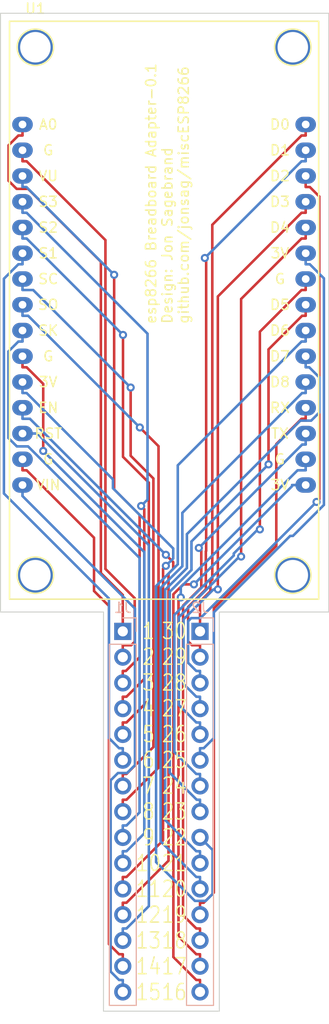
<source format=kicad_pcb>
(kicad_pcb (version 20211014) (generator pcbnew)
  (title_block (title "esp8266 Breadboard Adapter") (date "2022-09-18") (rev "0.1"))
  (layers (0 "F.Cu" signal) (31 "B.Cu" signal) (34 "B.Paste" user) (35 "F.Paste" user) (36 "B.SilkS" user "B.Silkscreen") (37 "F.SilkS" user "F.Silkscreen") (38 "B.Mask" user) (39 "F.Mask" user) (44 "Edge.Cuts" user))
  (net 0 "")
  (net 1 "Net-(J1-Pad1)")
  (net 2 "Net-(J1-Pad2)")
  (net 3 "Net-(J1-Pad3)")
  (net 4 "Net-(J1-Pad4)")
  (net 5 "Net-(J1-Pad5)")
  (net 6 "Net-(J1-Pad6)")
  (net 7 "Net-(J1-Pad7)")
  (net 8 "Net-(J1-Pad8)")
  (net 9 "Net-(J1-Pad9)")
  (net 10 "Net-(J1-Pad10)")
  (net 11 "Net-(J1-Pad11)")
  (net 12 "Net-(J1-Pad12)")
  (net 13 "Net-(J1-Pad13)")
  (net 14 "Net-(J1-Pad14)")
  (net 15 "Net-(J1-Pad15)")
  (net 16 "Net-(J2-Pad1)")
  (net 17 "Net-(J2-Pad2)")
  (net 18 "Net-(J2-Pad3)")
  (net 19 "Net-(J2-Pad4)")
  (net 20 "Net-(J2-Pad5)")
  (net 21 "Net-(J2-Pad6)")
  (net 22 "Net-(J2-Pad7)")
  (net 23 "Net-(J2-Pad8)")
  (net 24 "Net-(J2-Pad9)")
  (net 25 "Net-(J2-Pad10)")
  (net 26 "Net-(J2-Pad11)")
  (net 27 "Net-(J2-Pad12)")
  (net 28 "Net-(J2-Pad13)")
  (net 29 "Net-(J2-Pad14)")
  (net 30 "Net-(J2-Pad15)")
  (footprint "My_ESP8266:NodeMCU-LoLinV3_w_pinsockets_large" (layer "F.Cu") (at 131.71 45.26)
    (fp_text reference "U1" (at 1.27 -11.43) (layer "F.SilkS"))
    (fp_text value "NodeMCU1.0(ESP-12E)")
    (fp_text user "G" (at 2.54 22.86) (layer "F.SilkS"))
    (fp_text user "EN" (at 2.54 27.94) (layer "F.SilkS"))
    (fp_text user "S2" (at 2.54 10.16) (layer "F.SilkS"))
    (fp_text user "G" (at 2.54 33.02) (layer "F.SilkS"))
    (fp_text user "3V" (at 25.4 12.7) (layer "F.SilkS"))
    (fp_text user "G" (at 2.54 2.54) (layer "F.SilkS"))
    (fp_text user "SC" (at 2.54 15.24) (layer "F.SilkS"))
    (fp_text user "3V" (at 25.4 35.56) (layer "F.SilkS"))
    (fp_text user "SO" (at 2.54 17.78) (layer "F.SilkS"))
    (fp_text user "D1" (at 25.4 2.54) (layer "F.SilkS"))
    (fp_text user "D0" (at 25.4 0) (layer "F.SilkS"))
    (fp_text user "RX" (at 25.4 27.94) (layer "F.SilkS"))
    (fp_text user "D4" (at 25.4 10.16) (layer "F.SilkS"))
    (fp_text user "A0" (at 2.54 0) (layer "F.SilkS"))
    (fp_text user "D2" (at 25.4 5.08) (layer "F.SilkS"))
    (fp_text user "G" (at 25.4 33.02) (layer "F.SilkS"))
    (fp_text user "D6" (at 25.4 20.32) (layer "F.SilkS"))
    (fp_text user "VIN" (at 2.54 35.56) (layer "F.SilkS"))
    (fp_text user "D5" (at 25.4 17.78) (layer "F.SilkS"))
    (fp_text user "SK" (at 2.54 20.32) (layer "F.SilkS"))
    (fp_text user "3V" (at 2.54 25.4) (layer "F.SilkS"))
    (fp_text user "D3" (at 25.4 7.62) (layer "F.SilkS"))
    (fp_text user "RST" (at 2.54 30.48) (layer "F.SilkS"))
    (fp_text user "S1" (at 2.54 12.7) (layer "F.SilkS"))
    (fp_text user "D7" (at 25.4 22.86) (layer "F.SilkS"))
    (fp_text user "VU" (at 2.54 5.08) (layer "F.SilkS"))
    (fp_text user "TX" (at 25.4 30.48) (layer "F.SilkS"))
    (fp_text user "G" (at 25.4 15.24) (layer "F.SilkS"))
    (fp_text user "D8" (at 25.4 25.4) (layer "F.SilkS"))
    (fp_text user "S3" (at 2.54 7.62) (layer "F.SilkS"))
    (fp_line (start -0.78 -10.18) (end -1.28 -10.18) (layer "F.SilkS") (width 0.15))
    (fp_line (start 29.22 46.82) (end 29.22 -10.18) (layer "F.SilkS") (width 0.15))
    (fp_line (start 29.22 -10.18) (end -0.78 -10.18) (layer "F.SilkS") (width 0.15))
    (fp_line (start -1.28 46.82) (end 29.22 46.82) (layer "F.SilkS") (width 0.15))
    (fp_line (start -1.28 -10.18) (end -1.28 46.82) (layer "F.SilkS") (width 0.15))
    (fp_circle (center 1.27 44.45) (end 2.54 43.18) (layer "F.SilkS") (width 0.15) (fill none))
    (fp_circle (center 26.67 -7.62) (end 27.94 -8.89) (layer "F.SilkS") (width 0.15) (fill none))
    (fp_circle (center 1.27 -7.62) (end 2.54 -8.89) (layer "F.SilkS") (width 0.15) (fill none))
    (fp_circle (center 26.67 44.45) (end 27.94 43.18) (layer "F.SilkS") (width 0.15) (fill none))
    (pad "" np_thru_hole circle (at 26.67 44.45) (size 3.5 3.5) (drill 3) (layers F&B.Cu *.Mask))
    (pad "" np_thru_hole circle (at 1.27 44.45) (size 3.5 3.5) (drill 3) (layers F&B.Cu *.Mask))
    (pad "" np_thru_hole circle (at 26.67 -7.62) (size 3.5 3.5) (drill 3) (layers F&B.Cu *.Mask))
    (pad "" np_thru_hole circle (at 1.27 -7.62) (size 3.5 3.5) (drill 3) (layers F&B.Cu *.Mask))
    (pad "1" thru_hole oval (at 0 0) (size 2.032 1.524) (drill 0.762) (layers *.Cu *.Mask) (net 1 "Net-(J1-Pad1)"))
    (pad "2" thru_hole oval (at 0 2.54) (size 2.032 1.524) (drill 0.762) (layers *.Cu *.Mask) (net 2 "Net-(J1-Pad2)"))
    (pad "3" thru_hole oval (at 0 5.08) (size 2.032 1.524) (drill 0.762) (layers *.Cu *.Mask) (net 3 "Net-(J1-Pad3)"))
    (pad "4" thru_hole oval (at 0 7.62) (size 2.032 1.524) (drill 0.762) (layers *.Cu *.Mask) (net 4 "Net-(J1-Pad4)"))
    (pad "5" thru_hole oval (at 0 10.16) (size 2.032 1.524) (drill 0.762) (layers *.Cu *.Mask) (net 5 "Net-(J1-Pad5)"))
    (pad "6" thru_hole oval (at 0 12.7) (size 2.032 1.524) (drill 0.762) (layers *.Cu *.Mask) (net 6 "Net-(J1-Pad6)"))
    (pad "7" thru_hole oval (at 0 15.24) (size 2.032 1.524) (drill 0.762) (layers *.Cu *.Mask) (net 7 "Net-(J1-Pad7)"))
    (pad "8" thru_hole oval (at 0 17.78) (size 2.032 1.524) (drill 0.762) (layers *.Cu *.Mask) (net 8 "Net-(J1-Pad8)"))
    (pad "9" thru_hole oval (at 0 20.32) (size 2.032 1.524) (drill 0.762) (layers *.Cu *.Mask) (net 9 "Net-(J1-Pad9)"))
    (pad "10" thru_hole oval (at 0 22.86) (size 2.032 1.524) (drill 0.762) (layers *.Cu *.Mask) (net 10 "Net-(J1-Pad10)"))
    (pad "11" thru_hole oval (at 0 25.4) (size 2.032 1.524) (drill 0.762) (layers *.Cu *.Mask) (net 11 "Net-(J1-Pad11)"))
    (pad "12" thru_hole oval (at 0 27.94) (size 2.032 1.524) (drill 0.762) (layers *.Cu *.Mask) (net 12 "Net-(J1-Pad12)"))
    (pad "13" thru_hole oval (at 0 30.48) (size 2.032 1.524) (drill 0.762) (layers *.Cu *.Mask) (net 13 "Net-(J1-Pad13)"))
    (pad "14" thru_hole oval (at 0 33.02) (size 2.032 1.524) (drill 0.762) (layers *.Cu *.Mask) (net 14 "Net-(J1-Pad14)"))
    (pad "15" thru_hole oval (at 0 35.56) (size 2.032 1.524) (drill 0.762) (layers *.Cu *.Mask) (net 15 "Net-(J1-Pad15)"))
    (pad "16" thru_hole oval (at 27.94 35.56) (size 2.032 1.524) (drill 0.762) (layers *.Cu *.Mask) (net 30 "Net-(J2-Pad15)"))
    (pad "17" thru_hole oval (at 27.94 33.02) (size 2.032 1.524) (drill 0.762) (layers *.Cu *.Mask) (net 29 "Net-(J2-Pad14)"))
    (pad "18" thru_hole oval (at 27.94 30.48) (size 2.032 1.524) (drill 0.762) (layers *.Cu *.Mask) (net 28 "Net-(J2-Pad13)"))
    (pad "19" thru_hole oval (at 27.94 27.94) (size 2.032 1.524) (drill 0.762) (layers *.Cu *.Mask) (net 27 "Net-(J2-Pad12)"))
    (pad "20" thru_hole oval (at 27.94 25.4) (size 2.032 1.524) (drill 0.762) (layers *.Cu *.Mask) (net 26 "Net-(J2-Pad11)"))
    (pad "21" thru_hole oval (at 27.94 22.86) (size 2.032 1.524) (drill 0.762) (layers *.Cu *.Mask) (net 25 "Net-(J2-Pad10)"))
    (pad "22" thru_hole oval (at 27.94 20.32) (size 2.032 1.524) (drill 0.762) (layers *.Cu *.Mask) (net 24 "Net-(J2-Pad9)"))
    (pad "23" thru_hole oval (at 27.94 17.78) (size 2.032 1.524) (drill 0.762) (layers *.Cu *.Mask) (net 23 "Net-(J2-Pad8)"))
    (pad "24" thru_hole oval (at 27.94 15.24) (size 2.032 1.524) (drill 0.762) (layers *.Cu *.Mask) (net 22 "Net-(J2-Pad7)"))
    (pad "25" thru_hole oval (at 27.94 12.7) (size 2.032 1.524) (drill 0.762) (layers *.Cu *.Mask) (net 21 "Net-(J2-Pad6)"))
    (pad "26" thru_hole oval (at 27.94 10.16) (size 2.032 1.524) (drill 0.762) (layers *.Cu *.Mask) (net 20 "Net-(J2-Pad5)"))
    (pad "27" thru_hole oval (at 27.94 7.62) (size 2.032 1.524) (drill 0.762) (layers *.Cu *.Mask) (net 19 "Net-(J2-Pad4)"))
    (pad "28" thru_hole oval (at 27.94 5.08) (size 2.032 1.524) (drill 0.762) (layers *.Cu *.Mask) (net 18 "Net-(J2-Pad3)"))
    (pad "29" thru_hole oval (at 27.94 2.54) (size 2.032 1.524) (drill 0.762) (layers *.Cu *.Mask) (net 17 "Net-(J2-Pad2)"))
    (pad "30" thru_hole oval (at 27.94 0) (size 2.032 1.524) (drill 0.762) (layers *.Cu *.Mask) (net 16 "Net-(J2-Pad1)"))
  )
  (footprint "Connector_PinHeader_2.54mm:PinHeader_1x15_P2.54mm_Vertical" (layer "B.Cu") (at 141.605 95.255 180)
    (fp_text reference "J1" (at 0 2.33) (layer "B.SilkS") (effects (justify mirror)))
    (fp_text value "Conn_01x15_Female")
    (fp_line (start -1.33 -1.27) (end -1.33 -36.89) (layer "B.SilkS") (width 0.12))
    (fp_line (start -1.33 -36.89) (end 1.33 -36.89) (layer "B.SilkS") (width 0.12))
    (fp_line (start 1.33 -1.27) (end 1.33 -36.89) (layer "B.SilkS") (width 0.12))
    (fp_line (start -1.33 0) (end -1.33 1.33) (layer "B.SilkS") (width 0.12))
    (fp_line (start -1.33 -1.27) (end 1.33 -1.27) (layer "B.SilkS") (width 0.12))
    (fp_line (start -1.33 1.33) (end 0 1.33) (layer "B.SilkS") (width 0.12))
    (pad "1" thru_hole rect (at 0 0 180) (size 1.7 1.7) (drill 1) (layers *.Cu *.Mask) (net 1 "Net-(J1-Pad1)"))
    (pad "2" thru_hole oval (at 0 -2.54 180) (size 1.7 1.7) (drill 1) (layers *.Cu *.Mask) (net 2 "Net-(J1-Pad2)"))
    (pad "3" thru_hole oval (at 0 -5.08 180) (size 1.7 1.7) (drill 1) (layers *.Cu *.Mask) (net 3 "Net-(J1-Pad3)"))
    (pad "4" thru_hole oval (at 0 -7.62 180) (size 1.7 1.7) (drill 1) (layers *.Cu *.Mask) (net 4 "Net-(J1-Pad4)"))
    (pad "5" thru_hole oval (at 0 -10.16 180) (size 1.7 1.7) (drill 1) (layers *.Cu *.Mask) (net 5 "Net-(J1-Pad5)"))
    (pad "6" thru_hole oval (at 0 -12.7 180) (size 1.7 1.7) (drill 1) (layers *.Cu *.Mask) (net 6 "Net-(J1-Pad6)"))
    (pad "7" thru_hole oval (at 0 -15.24 180) (size 1.7 1.7) (drill 1) (layers *.Cu *.Mask) (net 7 "Net-(J1-Pad7)"))
    (pad "8" thru_hole oval (at 0 -17.78 180) (size 1.7 1.7) (drill 1) (layers *.Cu *.Mask) (net 8 "Net-(J1-Pad8)"))
    (pad "9" thru_hole oval (at 0 -20.32 180) (size 1.7 1.7) (drill 1) (layers *.Cu *.Mask) (net 9 "Net-(J1-Pad9)"))
    (pad "10" thru_hole oval (at 0 -22.86 180) (size 1.7 1.7) (drill 1) (layers *.Cu *.Mask) (net 10 "Net-(J1-Pad10)"))
    (pad "11" thru_hole oval (at 0 -25.4 180) (size 1.7 1.7) (drill 1) (layers *.Cu *.Mask) (net 11 "Net-(J1-Pad11)"))
    (pad "12" thru_hole oval (at 0 -27.94 180) (size 1.7 1.7) (drill 1) (layers *.Cu *.Mask) (net 12 "Net-(J1-Pad12)"))
    (pad "13" thru_hole oval (at 0 -30.48 180) (size 1.7 1.7) (drill 1) (layers *.Cu *.Mask) (net 13 "Net-(J1-Pad13)"))
    (pad "14" thru_hole oval (at 0 -33.02 180) (size 1.7 1.7) (drill 1) (layers *.Cu *.Mask) (net 14 "Net-(J1-Pad14)"))
    (pad "15" thru_hole oval (at 0 -35.56 180) (size 1.7 1.7) (drill 1) (layers *.Cu *.Mask) (net 15 "Net-(J1-Pad15)"))
  )
  (footprint "Connector_PinHeader_2.54mm:PinHeader_1x15_P2.54mm_Vertical" (layer "B.Cu") (at 149.225 95.255 180)
    (fp_text reference "J2" (at 0 2.33) (layer "B.SilkS") (effects (justify mirror)))
    (fp_text value "Conn_01x15_Female")
    (fp_line (start -1.33 0) (end -1.33 1.33) (layer "B.SilkS") (width 0.12))
    (fp_line (start -1.33 -1.27) (end 1.33 -1.27) (layer "B.SilkS") (width 0.12))
    (fp_line (start -1.33 1.33) (end 0 1.33) (layer "B.SilkS") (width 0.12))
    (fp_line (start -1.33 -36.89) (end 1.33 -36.89) (layer "B.SilkS") (width 0.12))
    (fp_line (start -1.33 -1.27) (end -1.33 -36.89) (layer "B.SilkS") (width 0.12))
    (fp_line (start 1.33 -1.27) (end 1.33 -36.89) (layer "B.SilkS") (width 0.12))
    (pad "1" thru_hole rect (at 0 0 180) (size 1.7 1.7) (drill 1) (layers *.Cu *.Mask) (net 16 "Net-(J2-Pad1)"))
    (pad "2" thru_hole oval (at 0 -2.54 180) (size 1.7 1.7) (drill 1) (layers *.Cu *.Mask) (net 17 "Net-(J2-Pad2)"))
    (pad "3" thru_hole oval (at 0 -5.08 180) (size 1.7 1.7) (drill 1) (layers *.Cu *.Mask) (net 18 "Net-(J2-Pad3)"))
    (pad "4" thru_hole oval (at 0 -7.62 180) (size 1.7 1.7) (drill 1) (layers *.Cu *.Mask) (net 19 "Net-(J2-Pad4)"))
    (pad "5" thru_hole oval (at 0 -10.16 180) (size 1.7 1.7) (drill 1) (layers *.Cu *.Mask) (net 20 "Net-(J2-Pad5)"))
    (pad "6" thru_hole oval (at 0 -12.7 180) (size 1.7 1.7) (drill 1) (layers *.Cu *.Mask) (net 21 "Net-(J2-Pad6)"))
    (pad "7" thru_hole oval (at 0 -15.24 180) (size 1.7 1.7) (drill 1) (layers *.Cu *.Mask) (net 22 "Net-(J2-Pad7)"))
    (pad "8" thru_hole oval (at 0 -17.78 180) (size 1.7 1.7) (drill 1) (layers *.Cu *.Mask) (net 23 "Net-(J2-Pad8)"))
    (pad "9" thru_hole oval (at 0 -20.32 180) (size 1.7 1.7) (drill 1) (layers *.Cu *.Mask) (net 24 "Net-(J2-Pad9)"))
    (pad "10" thru_hole oval (at 0 -22.86 180) (size 1.7 1.7) (drill 1) (layers *.Cu *.Mask) (net 25 "Net-(J2-Pad10)"))
    (pad "11" thru_hole oval (at 0 -25.4 180) (size 1.7 1.7) (drill 1) (layers *.Cu *.Mask) (net 26 "Net-(J2-Pad11)"))
    (pad "12" thru_hole oval (at 0 -27.94 180) (size 1.7 1.7) (drill 1) (layers *.Cu *.Mask) (net 27 "Net-(J2-Pad12)"))
    (pad "13" thru_hole oval (at 0 -30.48 180) (size 1.7 1.7) (drill 1) (layers *.Cu *.Mask) (net 28 "Net-(J2-Pad13)"))
    (pad "14" thru_hole oval (at 0 -33.02 180) (size 1.7 1.7) (drill 1) (layers *.Cu *.Mask) (net 29 "Net-(J2-Pad14)"))
    (pad "15" thru_hole oval (at 0 -35.56 180) (size 1.7 1.7) (drill 1) (layers *.Cu *.Mask) (net 30 "Net-(J2-Pad15)"))
  )
  (gr_line (start 151.13 132.715) (end 139.7 132.715) (layer "Edge.Cuts") (width 0.1))
  (gr_line (start 161.925 93.345) (end 161.925 34.29) (layer "Edge.Cuts") (width 0.1))
  (gr_line (start 151.13 93.345) (end 161.925 93.345) (layer "Edge.Cuts") (width 0.1))
  (gr_line (start 129.54 93.345) (end 129.54 91.44) (layer "Edge.Cuts") (width 0.1))
  (gr_line (start 139.7 93.345) (end 129.54 93.345) (layer "Edge.Cuts") (width 0.1))
  (gr_line (start 129.54 34.29) (end 161.925 34.29) (layer "Edge.Cuts") (width 0.1))
  (gr_line (start 139.7 132.715) (end 139.7 93.345) (layer "Edge.Cuts") (width 0.1))
  (gr_line (start 151.13 132.715) (end 151.13 93.345) (layer "Edge.Cuts") (width 0.1))
  (gr_line (start 129.54 91.44) (end 129.54 34.29) (layer "Edge.Cuts") (width 0.1))
  (gr_text "${TITLE}-${REVISION}\nDesign: Jon Sagebrand\ngithub.com/jonsag/miscESP8266" (at 146 65 90) (layer "F.SilkS") (effects (font (size 1 1)) (justify left)))
  (gr_text "30\n29\n28\n27\n26\n25\n24\n23\n22\n21\n20\n19\n18\n17\n16" (at 146.685 113.03) (layer "F.SilkS") (effects (font (size 1.58 1.3))))
  (gr_text "1\n2\n3\n4\n5\n6\n7\n8\n9\n10\n11\n12\n13\n14\n15" (at 144.145 113.03) (layer "F.SilkS") (effects (font (size 1.58 1.3))))
  (segment (start 130.3385 47.3109) (end 130.3385 50.8171) (width 0.25) (layer "F.Cu") (net 1))
  (segment (start 141.605 95.255) (end 141.605 94.0799) (width 0.25) (layer "F.Cu") (net 1))
  (segment (start 131.71 45.26) (end 131.71 46.3471) (width 0.25) (layer "F.Cu") (net 1))
  (segment (start 141.605 91.6661) (end 141.605 94.0799) (width 0.25) (layer "F.Cu") (net 1))
  (segment (start 130.3385 50.8171) (end 131.1314 51.61) (width 0.25) (layer "F.Cu") (net 1))
  (segment (start 139.4423 89.5034) (end 141.605 91.6661) (width 0.25) (layer "F.Cu") (net 1))
  (segment (start 132.2563 51.61) (end 139.4423 58.796) (width 0.25) (layer "F.Cu") (net 1))
  (segment (start 139.4423 58.796) (end 139.4423 89.5034) (width 0.25) (layer "F.Cu") (net 1))
  (segment (start 131.71 46.3471) (end 131.3023 46.3471) (width 0.25) (layer "F.Cu") (net 1))
  (segment (start 131.3023 46.3471) (end 130.3385 47.3109) (width 0.25) (layer "F.Cu") (net 1))
  (segment (start 131.1314 51.61) (end 132.2563 51.61) (width 0.25) (layer "F.Cu") (net 1))
  (segment (start 141.605 97.795) (end 141.605 96.6199) (width 0.25) (layer "F.Cu") (net 2))
  (segment (start 132.1177 48.8871) (end 139.8925 56.6619) (width 0.25) (layer "F.Cu") (net 2))
  (segment (start 139.8925 89.0955) (end 142.7802 91.9832) (width 0.25) (layer "F.Cu") (net 2))
  (segment (start 139.8925 56.6619) (end 139.8925 89.0955) (width 0.25) (layer "F.Cu") (net 2))
  (segment (start 131.71 47.8) (end 131.71 48.8871) (width 0.25) (layer "F.Cu") (net 2))
  (segment (start 131.71 48.8871) (end 132.1177 48.8871) (width 0.25) (layer "F.Cu") (net 2))
  (segment (start 142.7802 91.9832) (end 142.7802 96.2757) (width 0.25) (layer "F.Cu") (net 2))
  (segment (start 142.436 96.6199) (end 141.605 96.6199) (width 0.25) (layer "F.Cu") (net 2))
  (segment (start 142.7802 96.2757) (end 142.436 96.6199) (width 0.25) (layer "F.Cu") (net 2))
  (segment (start 141.605 99.1599) (end 141.9021 99.1599) (width 0.25) (layer "F.Cu") (net 3))
  (segment (start 141.9021 99.1599) (end 143.2653 97.7967) (width 0.25) (layer "F.Cu") (net 3))
  (segment (start 143.2653 97.7967) (end 143.2653 83.7638) (width 0.25) (layer "F.Cu") (net 3))
  (segment (start 141.605 100.335) (end 141.605 99.1599) (width 0.25) (layer "F.Cu") (net 3))
  (segment (start 143.2653 83.7638) (end 140.7524 81.2509) (width 0.25) (layer "F.Cu") (net 3))
  (segment (start 140.7524 81.2509) (end 140.7524 60.0841) (width 0.25) (layer "F.Cu") (net 3))
  (via (at 140.7524 60.0841) (size 0.8) (drill 0.4) (layers "F.Cu" "B.Cu") (net 3))
  (segment (start 131.71 51.4271) (end 132.0954 51.4271) (width 0.25) (layer "B.Cu") (net 3))
  (segment (start 131.71 50.34) (end 131.71 51.4271) (width 0.25) (layer "B.Cu") (net 3))
  (segment (start 132.0954 51.4271) (end 140.7524 60.0841) (width 0.25) (layer "B.Cu") (net 3))
  (segment (start 141.9702 101.6999) (end 141.605 101.6999) (width 0.25) (layer "F.Cu") (net 4))
  (segment (start 143.7231 99.947) (end 141.9702 101.6999) (width 0.25) (layer "F.Cu") (net 4))
  (segment (start 141.605 102.875) (end 141.605 101.6999) (width 0.25) (layer "F.Cu") (net 4))
  (segment (start 143.416 82.8892) (end 143.7231 83.1963) (width 0.25) (layer "F.Cu") (net 4))
  (segment (start 143.7231 83.1963) (end 143.7231 99.947) (width 0.25) (layer "F.Cu") (net 4))
  (via (at 143.416 82.8892) (size 0.8) (drill 0.4) (layers "F.Cu" "B.Cu") (net 4))
  (segment (start 132.1177 53.9671) (end 144.0453 65.8947) (width 0.25) (layer "B.Cu") (net 4))
  (segment (start 144.0453 65.8947) (end 144.0453 82.2599) (width 0.25) (layer "B.Cu") (net 4))
  (segment (start 131.71 52.88) (end 131.71 53.9671) (width 0.25) (layer "B.Cu") (net 4))
  (segment (start 144.0453 82.2599) (end 143.416 82.8892) (width 0.25) (layer "B.Cu") (net 4))
  (segment (start 131.71 53.9671) (end 132.1177 53.9671) (width 0.25) (layer "B.Cu") (net 4))
  (segment (start 141.605 104.2399) (end 141.9702 104.2399) (width 0.25) (layer "F.Cu") (net 5))
  (segment (start 144.1743 80.5856) (end 141.6264 78.0377) (width 0.25) (layer "F.Cu") (net 5))
  (segment (start 144.1743 102.0358) (end 144.1743 80.5856) (width 0.25) (layer "F.Cu") (net 5))
  (segment (start 141.605 105.415) (end 141.605 104.2399) (width 0.25) (layer "F.Cu") (net 5))
  (segment (start 141.9702 104.2399) (end 144.1743 102.0358) (width 0.25) (layer "F.Cu") (net 5))
  (segment (start 141.6264 78.0377) (end 141.6264 66.0158) (width 0.25) (layer "F.Cu") (net 5))
  (via (at 141.6264 66.0158) (size 0.8) (drill 0.4) (layers "F.Cu" "B.Cu") (net 5))
  (segment (start 131.71 55.42) (end 131.71 56.5071) (width 0.25) (layer "B.Cu") (net 5))
  (segment (start 132.1177 56.5071) (end 141.6264 66.0158) (width 0.25) (layer "B.Cu") (net 5))
  (segment (start 131.71 56.5071) (end 132.1177 56.5071) (width 0.25) (layer "B.Cu") (net 5))
  (segment (start 141.605 107.955) (end 141.605 106.7799) (width 0.25) (layer "B.Cu") (net 6))
  (segment (start 140.2402 105.7804) (end 141.2397 106.7799) (width 0.25) (layer "B.Cu") (net 6))
  (segment (start 141.2397 106.7799) (end 141.605 106.7799) (width 0.25) (layer "B.Cu") (net 6))
  (segment (start 129.8752 81.6523) (end 140.2402 92.0173) (width 0.25) (layer "B.Cu") (net 6))
  (segment (start 129.8752 60.4742) (end 129.8752 81.6523) (width 0.25) (layer "B.Cu") (net 6))
  (segment (start 140.2402 92.0173) (end 140.2402 105.7804) (width 0.25) (layer "B.Cu") (net 6))
  (segment (start 131.3023 59.0471) (end 129.8752 60.4742) (width 0.25) (layer "B.Cu") (net 6))
  (segment (start 131.71 57.96) (end 131.71 59.0471) (width 0.25) (layer "B.Cu") (net 6))
  (segment (start 131.71 59.0471) (end 131.3023 59.0471) (width 0.25) (layer "B.Cu") (net 6))
  (segment (start 141.605 109.3199) (end 141.9702 109.3199) (width 0.25) (layer "F.Cu") (net 7))
  (segment (start 144.6244 106.6657) (end 144.6244 80.1743) (width 0.25) (layer "F.Cu") (net 7))
  (segment (start 141.9702 109.3199) (end 144.6244 106.6657) (width 0.25) (layer "F.Cu") (net 7))
  (segment (start 144.6244 80.1743) (end 142.3814 77.9313) (width 0.25) (layer "F.Cu") (net 7))
  (segment (start 142.3814 77.9313) (end 142.3814 71.2025) (width 0.25) (layer "F.Cu") (net 7))
  (segment (start 141.605 110.495) (end 141.605 109.3199) (width 0.25) (layer "F.Cu") (net 7))
  (via (at 142.3814 71.2025) (size 0.8) (drill 0.4) (layers "F.Cu" "B.Cu") (net 7))
  (segment (start 131.71 60.5) (end 131.71 61.5871) (width 0.25) (layer "B.Cu") (net 7))
  (segment (start 132.766 61.5871) (end 142.3814 71.2025) (width 0.25) (layer "B.Cu") (net 7))
  (segment (start 131.71 61.5871) (end 132.766 61.5871) (width 0.25) (layer "B.Cu") (net 7))
  (segment (start 141.605 113.035) (end 141.605 111.8599) (width 0.25) (layer "F.Cu") (net 8))
  (segment (start 141.605 111.8599) (end 141.9723 111.8599) (width 0.25) (layer "F.Cu") (net 8))
  (segment (start 145.1308 108.7014) (end 145.1308 76.9879) (width 0.25) (layer "F.Cu") (net 8))
  (segment (start 141.9723 111.8599) (end 145.1308 108.7014) (width 0.25) (layer "F.Cu") (net 8))
  (segment (start 145.1308 76.9879) (end 143.2853 75.1424) (width 0.25) (layer "F.Cu") (net 8))
  (via (at 143.2853 75.1424) (size 0.8) (drill 0.4) (layers "F.Cu" "B.Cu") (net 8))
  (segment (start 131.71 63.04) (end 131.71 64.1271) (width 0.25) (layer "B.Cu") (net 8))
  (segment (start 131.71 64.1271) (end 132.27 64.1271) (width 0.25) (layer "B.Cu") (net 8))
  (segment (start 132.27 64.1271) (end 143.2853 75.1424) (width 0.25) (layer "B.Cu") (net 8))
  (segment (start 131.1498 77.01) (end 132.2588 77.01) (width 0.25) (layer "B.Cu") (net 9))
  (segment (start 131.3023 66.6671) (end 130.3254 67.644) (width 0.25) (layer "B.Cu") (net 9))
  (segment (start 130.3254 67.644) (end 130.3254 76.1856) (width 0.25) (layer "B.Cu") (net 9))
  (segment (start 132.2588 77.01) (end 143.2597 88.0109) (width 0.25) (layer "B.Cu") (net 9))
  (segment (start 131.71 66.6671) (end 131.3023 66.6671) (width 0.25) (layer "B.Cu") (net 9))
  (segment (start 143.2597 113.1104) (end 141.9702 114.3999) (width 0.25) (layer "B.Cu") (net 9))
  (segment (start 130.3254 76.1856) (end 131.1498 77.01) (width 0.25) (layer "B.Cu") (net 9))
  (segment (start 143.2597 88.0109) (end 143.2597 113.1104) (width 0.25) (layer "B.Cu") (net 9))
  (segment (start 141.9702 114.3999) (end 141.605 114.3999) (width 0.25) (layer "B.Cu") (net 9))
  (segment (start 131.71 65.58) (end 131.71 66.6671) (width 0.25) (layer "B.Cu") (net 9))
  (segment (start 141.605 115.575) (end 141.605 114.3999) (width 0.25) (layer "B.Cu") (net 9))
  (segment (start 132.1177 69.2071) (end 133.7548 70.8442) (width 0.25) (layer "F.Cu") (net 10))
  (segment (start 131.71 69.2071) (end 132.1177 69.2071) (width 0.25) (layer "F.Cu") (net 10))
  (segment (start 131.71 68.12) (end 131.71 69.2071) (width 0.25) (layer "F.Cu") (net 10))
  (segment (start 133.7548 70.8442) (end 133.7548 77.4575) (width 0.25) (layer "F.Cu") (net 10))
  (via (at 133.7548 77.4575) (size 0.8) (drill 0.4) (layers "F.Cu" "B.Cu") (net 10))
  (segment (start 133.7548 77.4575) (end 143.7269 87.4296) (width 0.25) (layer "B.Cu") (net 10))
  (segment (start 143.7269 87.4296) (end 143.7269 115.1832) (width 0.25) (layer "B.Cu") (net 10))
  (segment (start 143.7269 115.1832) (end 141.9702 116.9399) (width 0.25) (layer "B.Cu") (net 10))
  (segment (start 141.9702 116.9399) (end 141.605 116.9399) (width 0.25) (layer "B.Cu") (net 10))
  (segment (start 141.605 118.115) (end 141.605 116.9399) (width 0.25) (layer "B.Cu") (net 10))
  (segment (start 145.5809 89.0644) (end 145.856 88.7893) (width 0.25) (layer "F.Cu") (net 11))
  (segment (start 145.5809 115.8692) (end 145.5809 89.0644) (width 0.25) (layer "F.Cu") (net 11))
  (segment (start 141.9702 119.4799) (end 145.5809 115.8692) (width 0.25) (layer "F.Cu") (net 11))
  (segment (start 141.605 119.4799) (end 141.9702 119.4799) (width 0.25) (layer "F.Cu") (net 11))
  (segment (start 141.605 120.655) (end 141.605 119.4799) (width 0.25) (layer "F.Cu") (net 11))
  (via (at 145.856 88.7893) (size 0.8) (drill 0.4) (layers "F.Cu" "B.Cu") (net 11))
  (segment (start 145.856 88.7893) (end 146.5811 88.0642) (width 0.25) (layer "B.Cu") (net 11))
  (segment (start 131.71 70.66) (end 131.71 71.7471) (width 0.25) (layer "B.Cu") (net 11))
  (segment (start 146.5811 87.0797) (end 140.6345 81.1331) (width 0.25) (layer "B.Cu") (net 11))
  (segment (start 146.5811 88.0642) (end 146.5811 87.0797) (width 0.25) (layer "B.Cu") (net 11))
  (segment (start 140.6345 80.2639) (end 132.1177 71.7471) (width 0.25) (layer "B.Cu") (net 11))
  (segment (start 132.1177 71.7471) (end 131.71 71.7471) (width 0.25) (layer "B.Cu") (net 11))
  (segment (start 140.6345 81.1331) (end 140.6345 80.2639) (width 0.25) (layer "B.Cu") (net 11))
  (segment (start 141.9702 122.0199) (end 146.1162 117.8739) (width 0.25) (layer "F.Cu") (net 12))
  (segment (start 146.5811 88.4263) (end 145.856 87.7012) (width 0.25) (layer "F.Cu") (net 12))
  (segment (start 141.605 123.195) (end 141.605 122.0199) (width 0.25) (layer "F.Cu") (net 12))
  (segment (start 141.605 122.0199) (end 141.9702 122.0199) (width 0.25) (layer "F.Cu") (net 12))
  (segment (start 146.1162 117.8739) (end 146.1162 89.5546) (width 0.25) (layer "F.Cu") (net 12))
  (segment (start 146.1162 89.5546) (end 146.5811 89.0897) (width 0.25) (layer "F.Cu") (net 12))
  (segment (start 146.5811 89.0897) (end 146.5811 88.4263) (width 0.25) (layer "F.Cu") (net 12))
  (via (at 145.856 87.7012) (size 0.8) (drill 0.4) (layers "F.Cu" "B.Cu") (net 12))
  (segment (start 131.71 73.2) (end 131.71 74.2871) (width 0.25) (layer "B.Cu") (net 12))
  (segment (start 132.4419 74.2871) (end 131.71 74.2871) (width 0.25) (layer "B.Cu") (net 12))
  (segment (start 145.856 87.7012) (end 132.4419 74.2871) (width 0.25) (layer "B.Cu") (net 12))
  (segment (start 144.177 86.7501) (end 133.1669 75.74) (width 0.25) (layer "B.Cu") (net 13))
  (segment (start 141.605 125.735) (end 141.605 124.5599) (width 0.25) (layer "B.Cu") (net 13))
  (segment (start 141.605 124.5599) (end 141.9702 124.5599) (width 0.25) (layer "B.Cu") (net 13))
  (segment (start 131.71 75.74) (end 133.0511 75.74) (width 0.25) (layer "B.Cu") (net 13))
  (segment (start 144.177 122.3531) (end 144.177 86.7501) (width 0.25) (layer "B.Cu") (net 13))
  (segment (start 133.1669 75.74) (end 133.0511 75.74) (width 0.25) (layer "B.Cu") (net 13))
  (segment (start 141.9702 124.5599) (end 144.177 122.3531) (width 0.25) (layer "B.Cu") (net 13))
  (segment (start 141.2397 127.0999) (end 141.605 127.0999) (width 0.25) (layer "F.Cu") (net 14))
  (segment (start 141.605 128.275) (end 141.605 127.0999) (width 0.25) (layer "F.Cu") (net 14))
  (segment (start 138.7671 91.2706) (end 140.2402 92.7437) (width 0.25) (layer "F.Cu") (net 14))
  (segment (start 132.1177 79.3671) (end 138.7671 86.0165) (width 0.25) (layer "F.Cu") (net 14))
  (segment (start 131.71 79.3671) (end 132.1177 79.3671) (width 0.25) (layer "F.Cu") (net 14))
  (segment (start 138.7671 86.0165) (end 138.7671 91.2706) (width 0.25) (layer "F.Cu") (net 14))
  (segment (start 131.71 78.28) (end 131.71 79.3671) (width 0.25) (layer "F.Cu") (net 14))
  (segment (start 140.2402 92.7437) (end 140.2402 126.1004) (width 0.25) (layer "F.Cu") (net 14))
  (segment (start 140.2402 126.1004) (end 141.2397 127.0999) (width 0.25) (layer "F.Cu") (net 14))
  (segment (start 142.0266 109.225) (end 141.1283 109.225) (width 0.25) (layer "B.Cu") (net 15))
  (segment (start 141.1283 109.225) (end 140.4067 109.9466) (width 0.25) (layer "B.Cu") (net 15))
  (segment (start 142.8046 93.0017) (end 142.8046 108.447) (width 0.25) (layer "B.Cu") (net 15))
  (segment (start 131.71 81.9071) (end 142.8046 93.0017) (width 0.25) (layer "B.Cu") (net 15))
  (segment (start 141.605 130.815) (end 141.605 129.6399) (width 0.25) (layer "B.Cu") (net 15))
  (segment (start 142.8046 108.447) (end 142.0266 109.225) (width 0.25) (layer "B.Cu") (net 15))
  (segment (start 131.71 80.82) (end 131.71 81.9071) (width 0.25) (layer "B.Cu") (net 15))
  (segment (start 140.4067 109.9466) (end 140.4067 128.8069) (width 0.25) (layer "B.Cu") (net 15))
  (segment (start 141.2397 129.6399) (end 141.605 129.6399) (width 0.25) (layer "B.Cu") (net 15))
  (segment (start 140.4067 128.8069) (end 141.2397 129.6399) (width 0.25) (layer "B.Cu") (net 15))
  (segment (start 149.225 92.3166) (end 150.2498 91.2918) (width 0.25) (layer "F.Cu") (net 16))
  (segment (start 150.2498 90.3272) (end 150.4366 90.1404) (width 0.25) (layer "F.Cu") (net 16))
  (segment (start 150.4366 55.1528) (end 159.2423 46.3471) (width 0.25) (layer "F.Cu") (net 16))
  (segment (start 150.2498 91.2918) (end 150.2498 90.3272) (width 0.25) (layer "F.Cu") (net 16))
  (segment (start 159.2423 46.3471) (end 159.65 46.3471) (width 0.25) (layer "F.Cu") (net 16))
  (segment (start 159.65 45.26) (end 159.65 46.3471) (width 0.25) (layer "F.Cu") (net 16))
  (segment (start 150.4366 90.1404) (end 150.4366 55.1528) (width 0.25) (layer "F.Cu") (net 16))
  (segment (start 149.225 94.0799) (end 149.225 92.3166) (width 0.25) (layer "F.Cu") (net 16))
  (segment (start 149.225 95.255) (end 149.225 94.0799) (width 0.25) (layer "F.Cu") (net 16))
  (segment (start 149.225 96.6199) (end 148.4302 96.6199) (width 0.25) (layer "F.Cu") (net 17))
  (segment (start 149.7997 91.1053) (end 149.7997 87.3571) (width 0.25) (layer "F.Cu") (net 17))
  (segment (start 148.0499 92.8551) (end 149.7997 91.1053) (width 0.25) (layer "F.Cu") (net 17))
  (segment (start 149.8318 87.325) (end 149.8318 58.5598) (width 0.25) (layer "F.Cu") (net 17))
  (segment (start 149.8318 58.5598) (end 149.7007 58.4287) (width 0.25) (layer "F.Cu") (net 17))
  (segment (start 149.7997 87.3571) (end 149.8318 87.325) (width 0.25) (layer "F.Cu") (net 17))
  (segment (start 148.0499 96.2396) (end 148.0499 92.8551) (width 0.25) (layer "F.Cu") (net 17))
  (segment (start 149.225 97.795) (end 149.225 96.6199) (width 0.25) (layer "F.Cu") (net 17))
  (segment (start 148.4302 96.6199) (end 148.0499 96.2396) (width 0.25) (layer "F.Cu") (net 17))
  (via (at 149.7007 58.4287) (size 0.8) (drill 0.4) (layers "F.Cu" "B.Cu") (net 17))
  (segment (start 159.65 47.8) (end 159.65 48.8871) (width 0.25) (layer "B.Cu") (net 17))
  (segment (start 159.2423 48.8871) (end 149.7007 58.4287) (width 0.25) (layer "B.Cu") (net 17))
  (segment (start 159.65 48.8871) (end 159.2423 48.8871) (width 0.25) (layer "B.Cu") (net 17))
  (segment (start 159.65 51.4271) (end 160.0577 51.4271) (width 0.25) (layer "F.Cu") (net 18))
  (segment (start 160.0577 51.4271) (end 160.9912 52.3606) (width 0.25) (layer "F.Cu") (net 18))
  (segment (start 160.9912 82.2156) (end 160.7197 82.4871) (width 0.25) (layer "F.Cu") (net 18))
  (segment (start 159.65 50.34) (end 159.65 51.4271) (width 0.25) (layer "F.Cu") (net 18))
  (segment (start 160.9912 52.3606) (end 160.9912 82.2156) (width 0.25) (layer "F.Cu") (net 18))
  (via (at 160.7197 82.4871) (size 0.8) (drill 0.4) (layers "F.Cu" "B.Cu") (net 18))
  (segment (start 148.8597 99.1599) (end 148.0498 98.35) (width 0.25) (layer "B.Cu") (net 18))
  (segment (start 149.225 100.335) (end 149.225 99.1599) (width 0.25) (layer "B.Cu") (net 18))
  (segment (start 149.225 99.1599) (end 148.8597 99.1599) (width 0.25) (layer "B.Cu") (net 18))
  (segment (start 148.3574 93.9459) (end 149.2609 93.9459) (width 0.25) (layer "B.Cu") (net 18))
  (segment (start 148.0498 98.35) (end 148.0498 94.2535) (width 0.25) (layer "B.Cu") (net 18))
  (segment (start 149.2609 93.9459) (end 160.7197 82.4871) (width 0.25) (layer "B.Cu") (net 18))
  (segment (start 148.0498 94.2535) (end 148.3574 93.9459) (width 0.25) (layer "B.Cu") (net 18))
  (segment (start 159.65 52.88) (end 159.65 53.9671) (width 0.25) (layer "F.Cu") (net 19))
  (segment (start 159.65 53.9671) (end 159.2423 53.9671) (width 0.25) (layer "F.Cu") (net 19))
  (segment (start 150.9844 62.225) (end 150.9844 91.1141) (width 0.25) (layer "F.Cu") (net 19))
  (segment (start 159.2423 53.9671) (end 150.9844 62.225) (width 0.25) (layer "F.Cu") (net 19))
  (via (at 150.9844 91.1141) (size 0.8) (drill 0.4) (layers "F.Cu" "B.Cu") (net 19))
  (segment (start 147.5997 94.067) (end 150.5526 91.1141) (width 0.25) (layer "B.Cu") (net 19))
  (segment (start 149.225 101.6999) (end 148.8597 101.6999) (width 0.25) (layer "B.Cu") (net 19))
  (segment (start 149.225 102.875) (end 149.225 101.6999) (width 0.25) (layer "B.Cu") (net 19))
  (segment (start 150.5526 91.1141) (end 150.9844 91.1141) (width 0.25) (layer "B.Cu") (net 19))
  (segment (start 148.8597 101.6999) (end 147.5997 100.4399) (width 0.25) (layer "B.Cu") (net 19))
  (segment (start 147.5997 100.4399) (end 147.5997 94.067) (width 0.25) (layer "B.Cu") (net 19))
  (segment (start 159.2423 56.5071) (end 153.2797 62.4697) (width 0.25) (layer "F.Cu") (net 20))
  (segment (start 159.65 55.42) (end 159.65 56.5071) (width 0.25) (layer "F.Cu") (net 20))
  (segment (start 153.2797 62.4697) (end 153.2797 87.8757) (width 0.25) (layer "F.Cu") (net 20))
  (segment (start 159.65 56.5071) (end 159.2423 56.5071) (width 0.25) (layer "F.Cu") (net 20))
  (via (at 153.2797 87.8757) (size 0.8) (drill 0.4) (layers "F.Cu" "B.Cu") (net 20))
  (segment (start 153.2797 87.8757) (end 153.112 87.8757) (width 0.25) (layer "B.Cu") (net 20))
  (segment (start 149.225 105.415) (end 149.225 104.2399) (width 0.25) (layer "B.Cu") (net 20))
  (segment (start 147.1405 93.8472) (end 147.1405 102.5207) (width 0.25) (layer "B.Cu") (net 20))
  (segment (start 148.8597 104.2399) (end 149.225 104.2399) (width 0.25) (layer "B.Cu") (net 20))
  (segment (start 153.112 87.8757) (end 147.1405 93.8472) (width 0.25) (layer "B.Cu") (net 20))
  (segment (start 147.1405 102.5207) (end 148.8597 104.2399) (width 0.25) (layer "B.Cu") (net 20))
  (segment (start 149.225 107.955) (end 149.225 106.7799) (width 0.25) (layer "B.Cu") (net 21))
  (segment (start 158.3957 85.8366) (end 158.1247 85.8366) (width 0.25) (layer "B.Cu") (net 21))
  (segment (start 158.1247 85.8366) (end 150.5898 93.3715) (width 0.25) (layer "B.Cu") (net 21))
  (segment (start 161.4498 60.4392) (end 161.4498 82.7825) (width 0.25) (layer "B.Cu") (net 21))
  (segment (start 150.5898 93.3715) (end 150.5898 105.7803) (width 0.25) (layer "B.Cu") (net 21))
  (segment (start 149.5902 106.7799) (end 149.225 106.7799) (width 0.25) (layer "B.Cu") (net 21))
  (segment (start 160.0577 59.0471) (end 161.4498 60.4392) (width 0.25) (layer "B.Cu") (net 21))
  (segment (start 159.65 59.0471) (end 160.0577 59.0471) (width 0.25) (layer "B.Cu") (net 21))
  (segment (start 161.4498 82.7825) (end 158.3957 85.8366) (width 0.25) (layer "B.Cu") (net 21))
  (segment (start 159.65 57.96) (end 159.65 59.0471) (width 0.25) (layer "B.Cu") (net 21))
  (segment (start 150.5898 105.7803) (end 149.5902 106.7799) (width 0.25) (layer "B.Cu") (net 21))
  (segment (start 159.65 61.5871) (end 159.2423 61.5871) (width 0.25) (layer "F.Cu") (net 22))
  (segment (start 159.65 60.5) (end 159.65 61.5871) (width 0.25) (layer "F.Cu") (net 22))
  (segment (start 155.1299 65.6995) (end 155.1299 85.1973) (width 0.25) (layer "F.Cu") (net 22))
  (segment (start 159.2423 61.5871) (end 155.1299 65.6995) (width 0.25) (layer "F.Cu") (net 22))
  (via (at 155.1299 85.1973) (size 0.8) (drill 0.4) (layers "F.Cu" "B.Cu") (net 22))
  (segment (start 152.5546 87.5754) (end 152.5546 87.7725) (width 0.25) (layer "B.Cu") (net 22))
  (segment (start 154.9327 85.1973) (end 152.5546 87.5754) (width 0.25) (layer "B.Cu") (net 22))
  (segment (start 148.8577 109.3199) (end 149.225 109.3199) (width 0.25) (layer "B.Cu") (net 22))
  (segment (start 149.225 110.495) (end 149.225 109.3199) (width 0.25) (layer "B.Cu") (net 22))
  (segment (start 155.1299 85.1973) (end 154.9327 85.1973) (width 0.25) (layer "B.Cu") (net 22))
  (segment (start 146.6904 107.1526) (end 148.8577 109.3199) (width 0.25) (layer "B.Cu") (net 22))
  (segment (start 152.5546 87.7725) (end 146.6904 93.6367) (width 0.25) (layer "B.Cu") (net 22))
  (segment (start 146.6904 93.6367) (end 146.6904 107.1526) (width 0.25) (layer "B.Cu") (net 22))
  (segment (start 155.9834 67.4414) (end 155.9834 78.7841) (width 0.25) (layer "F.Cu") (net 23))
  (segment (start 159.65 64.1271) (end 159.2977 64.1271) (width 0.25) (layer "F.Cu") (net 23))
  (segment (start 159.2977 64.1271) (end 155.9834 67.4414) (width 0.25) (layer "F.Cu") (net 23))
  (segment (start 159.65 63.04) (end 159.65 64.1271) (width 0.25) (layer "F.Cu") (net 23))
  (via (at 155.9834 78.7841) (size 0.8) (drill 0.4) (layers "F.Cu" "B.Cu") (net 23))
  (segment (start 148.3815 89.1991) (end 146.2403 91.3403) (width 0.25) (layer "B.Cu") (net 23))
  (segment (start 148.898 111.8599) (end 149.225 111.8599) (width 0.25) (layer "B.Cu") (net 23))
  (segment (start 146.2403 109.2022) (end 148.898 111.8599) (width 0.25) (layer "B.Cu") (net 23))
  (segment (start 146.2403 91.3403) (end 146.2403 109.2022) (width 0.25) (layer "B.Cu") (net 23))
  (segment (start 155.9834 78.7841) (end 148.3815 86.386) (width 0.25) (layer "B.Cu") (net 23))
  (segment (start 148.3815 86.386) (end 148.3815 89.1991) (width 0.25) (layer "B.Cu") (net 23))
  (segment (start 149.225 113.035) (end 149.225 111.8599) (width 0.25) (layer "B.Cu") (net 23))
  (segment (start 150.4673 116.8173) (end 149.225 115.575) (width 0.25) (layer "B.Cu") (net 24))
  (segment (start 147.0312 78.8782) (end 147.0312 88.6396) (width 0.25) (layer "B.Cu") (net 24))
  (segment (start 147.0312 88.6396) (end 144.89 90.7808) (width 0.25) (layer "B.Cu") (net 24))
  (segment (start 159.65 66.6671) (end 159.2423 66.6671) (width 0.25) (layer "B.Cu") (net 24))
  (segment (start 159.65 65.58) (end 159.65 66.6671) (width 0.25) (layer "B.Cu") (net 24))
  (segment (start 150.4673 121.1602) (end 150.4673 116.8173) (width 0.25) (layer "B.Cu") (net 24))
  (segment (start 148.7182 121.8378) (end 149.7897 121.8378) (width 0.25) (layer "B.Cu") (net 24))
  (segment (start 159.2423 66.6671) (end 147.0312 78.8782) (width 0.25) (layer "B.Cu") (net 24))
  (segment (start 144.89 90.7808) (end 144.89 118.0096) (width 0.25) (layer "B.Cu") (net 24))
  (segment (start 144.89 118.0096) (end 148.7182 121.8378) (width 0.25) (layer "B.Cu") (net 24))
  (segment (start 149.7897 121.8378) (end 150.4673 121.1602) (width 0.25) (layer "B.Cu") (net 24))
  (segment (start 148.8578 116.9399) (end 149.225 116.9399) (width 0.25) (layer "B.Cu") (net 25))
  (segment (start 160.1897 74.47) (end 159.1262 74.47) (width 0.25) (layer "B.Cu") (net 25))
  (segment (start 159.65 69.2071) (end 160.0022 69.2071) (width 0.25) (layer "B.Cu") (net 25))
  (segment (start 160.0022 69.2071) (end 160.9922 70.1971) (width 0.25) (layer "B.Cu") (net 25))
  (segment (start 159.65 68.12) (end 159.65 69.2071) (width 0.25) (layer "B.Cu") (net 25))
  (segment (start 145.7902 113.8723) (end 148.8578 116.9399) (width 0.25) (layer "B.Cu") (net 25))
  (segment (start 147.9314 85.6648) (end 147.9314 89.0126) (width 0.25) (layer "B.Cu") (net 25))
  (segment (start 160.9922 73.6675) (end 160.1897 74.47) (width 0.25) (layer "B.Cu") (net 25))
  (segment (start 159.1262 74.47) (end 147.9314 85.6648) (width 0.25) (layer "B.Cu") (net 25))
  (segment (start 160.9922 70.1971) (end 160.9922 73.6675) (width 0.25) (layer "B.Cu") (net 25))
  (segment (start 147.9314 89.0126) (end 145.7902 91.1538) (width 0.25) (layer "B.Cu") (net 25))
  (segment (start 145.7902 91.1538) (end 145.7902 113.8723) (width 0.25) (layer "B.Cu") (net 25))
  (segment (start 149.225 118.115) (end 149.225 116.9399) (width 0.25) (layer "B.Cu") (net 25))
  (segment (start 159.2977 71.7471) (end 147.4813 83.5635) (width 0.25) (layer "B.Cu") (net 26))
  (segment (start 147.4813 83.5635) (end 147.4813 88.8261) (width 0.25) (layer "B.Cu") (net 26))
  (segment (start 159.65 71.7471) (end 159.2977 71.7471) (width 0.25) (layer "B.Cu") (net 26))
  (segment (start 159.65 70.66) (end 159.65 71.7471) (width 0.25) (layer "B.Cu") (net 26))
  (segment (start 147.4813 88.8261) (end 145.3401 90.9673) (width 0.25) (layer "B.Cu") (net 26))
  (segment (start 145.3401 115.9622) (end 148.8578 119.4799) (width 0.25) (layer "B.Cu") (net 26))
  (segment (start 149.225 120.655) (end 149.225 119.4799) (width 0.25) (layer "B.Cu") (net 26))
  (segment (start 145.3401 90.9673) (end 145.3401 115.9622) (width 0.25) (layer "B.Cu") (net 26))
  (segment (start 148.8578 119.4799) (end 149.225 119.4799) (width 0.25) (layer "B.Cu") (net 26))
  (segment (start 159.65 73.2) (end 159.65 74.2871) (width 0.25) (layer "F.Cu") (net 27))
  (segment (start 150.5898 92.9888) (end 150.5898 121.0203) (width 0.25) (layer "F.Cu") (net 27))
  (segment (start 150.5898 121.0203) (end 149.5902 122.0199) (width 0.25) (layer "F.Cu") (net 27))
  (segment (start 159.2423 74.2871) (end 156.7518 76.7776) (width 0.25) (layer "F.Cu") (net 27))
  (segment (start 149.225 123.195) (end 149.225 122.0199) (width 0.25) (layer "F.Cu") (net 27))
  (segment (start 156.7518 86.8268) (end 150.5898 92.9888) (width 0.25) (layer "F.Cu") (net 27))
  (segment (start 159.65 74.2871) (end 159.2423 74.2871) (width 0.25) (layer "F.Cu") (net 27))
  (segment (start 149.5902 122.0199) (end 149.225 122.0199) (width 0.25) (layer "F.Cu") (net 27))
  (segment (start 156.7518 76.7776) (end 156.7518 86.8268) (width 0.25) (layer "F.Cu") (net 27))
  (segment (start 149.225 124.5599) (end 148.8597 124.5599) (width 0.25) (layer "F.Cu") (net 28))
  (segment (start 148.8597 124.5599) (end 147.5524 123.2526) (width 0.25) (layer "F.Cu") (net 28))
  (segment (start 149.3496 87.2675) (end 149.1067 87.0246) (width 0.25) (layer "F.Cu") (net 28))
  (segment (start 149.225 125.735) (end 149.225 124.5599) (width 0.25) (layer "F.Cu") (net 28))
  (segment (start 147.5524 92.716) (end 149.3496 90.9188) (width 0.25) (layer "F.Cu") (net 28))
  (segment (start 147.5524 123.2526) (end 147.5524 92.716) (width 0.25) (layer "F.Cu") (net 28))
  (segment (start 149.3496 90.9188) (end 149.3496 87.2675) (width 0.25) (layer "F.Cu") (net 28))
  (via (at 149.1067 87.0246) (size 0.8) (drill 0.4) (layers "F.Cu" "B.Cu") (net 28))
  (segment (start 159.3042 76.8271) (end 149.1067 87.0246) (width 0.25) (layer "B.Cu") (net 28))
  (segment (start 159.65 75.74) (end 159.65 76.8271) (width 0.25) (layer "B.Cu") (net 28))
  (segment (start 159.65 76.8271) (end 159.3042 76.8271) (width 0.25) (layer "B.Cu") (net 28))
  (segment (start 149.225 127.0999) (end 148.8597 127.0999) (width 0.25) (layer "F.Cu") (net 29))
  (segment (start 147.1022 125.3424) (end 147.1022 92.1333) (width 0.25) (layer "F.Cu") (net 29))
  (segment (start 148.8597 127.0999) (end 147.1022 125.3424) (width 0.25) (layer "F.Cu") (net 29))
  (segment (start 149.225 128.275) (end 149.225 127.0999) (width 0.25) (layer "F.Cu") (net 29))
  (segment (start 147.1022 92.1333) (end 147.3274 91.9081) (width 0.25) (layer "F.Cu") (net 29))
  (via (at 147.3274 91.9081) (size 0.8) (drill 0.4) (layers "F.Cu" "B.Cu") (net 29))
  (segment (start 147.3274 91.9081) (end 147.3274 90.8898) (width 0.25) (layer "B.Cu") (net 29))
  (segment (start 147.3274 90.8898) (end 158.8501 79.3671) (width 0.25) (layer "B.Cu") (net 29))
  (segment (start 158.8501 79.3671) (end 159.65 79.3671) (width 0.25) (layer "B.Cu") (net 29))
  (segment (start 159.65 78.28) (end 159.65 79.3671) (width 0.25) (layer "B.Cu") (net 29))
  (segment (start 146.5957 127.3759) (end 146.5957 91.592) (width 0.25) (layer "F.Cu") (net 30))
  (segment (start 148.8597 129.6399) (end 146.5957 127.3759) (width 0.25) (layer "F.Cu") (net 30))
  (segment (start 146.5957 91.592) (end 147.5693 90.6184) (width 0.25) (layer "F.Cu") (net 30))
  (segment (start 149.225 130.815) (end 149.225 129.6399) (width 0.25) (layer "F.Cu") (net 30))
  (segment (start 149.225 129.6399) (end 148.8597 129.6399) (width 0.25) (layer "F.Cu") (net 30))
  (segment (start 147.5693 90.6184) (end 148.6245 90.6184) (width 0.25) (layer "F.Cu") (net 30))
  (via (at 148.6245 90.6184) (size 0.8) (drill 0.4) (layers "F.Cu" "B.Cu") (net 30))
  (segment (start 158.3089 80.934) (end 148.6245 90.6184) (width 0.25) (layer "B.Cu") (net 30))
  (segment (start 159.65 80.82) (end 158.3089 80.82) (width 0.25) (layer "B.Cu") (net 30))
  (segment (start 158.3089 80.82) (end 158.3089 80.934) (width 0.25) (layer "B.Cu") (net 30))
)
</source>
